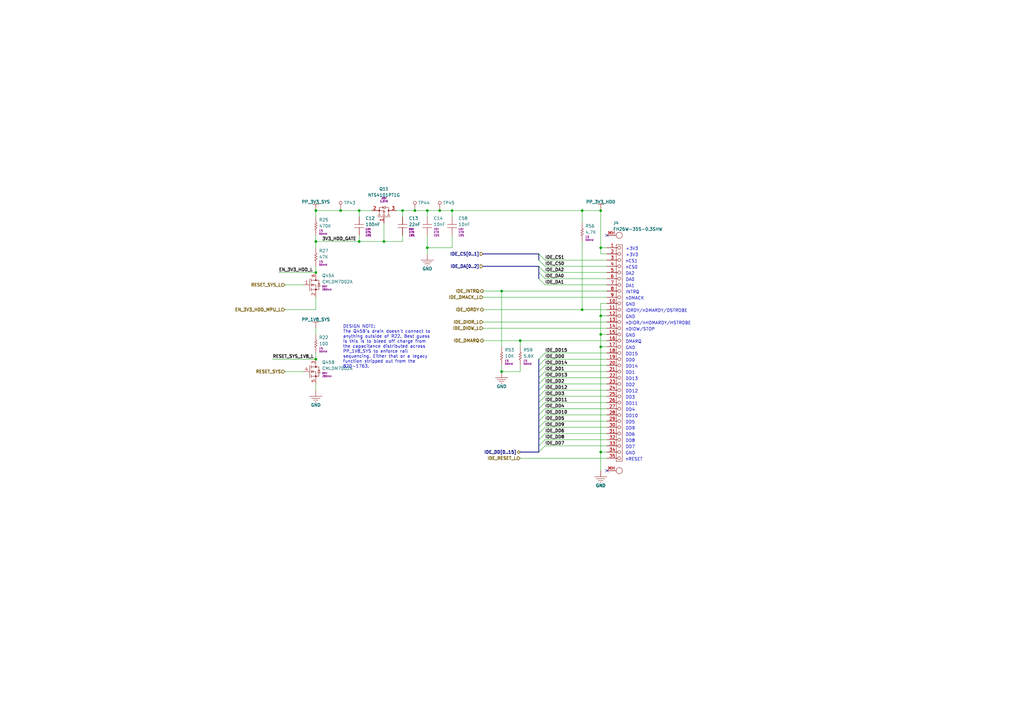
<source format=kicad_sch>
(kicad_sch (version 20231120) (generator "eeschema") (generator_version "8.0")
  (paper "A3")
  (title_block (title "iPod Video Main Board") (date "2025-04-19") (rev "A") (comment 1 "820-1975") (comment 2 "A"))
  (lib_symbols
    (symbol "820-1975:Capacitors-0201/CAP-0201-000005" (pin_numbers hide) (pin_names (offset 0) hide)
      (property "Reference" "C" (at 2.54 -3.175 0))
      (property "Value" "10nF" (at 2.54 -1.27 0))
      (property "Voltage" "10V" (at 2.54 -4.445 0))
      (property "Dielectric" "X7R" (at 2.54 -6.985 0))
      (property "Tolerance" "10%" (at 2.54 -5.715 0))
      (symbol "Capacitors-0201/CAP-0201-000005_0_1"
        (polyline (pts (xy -1.905 -4.445) (xy 1.905 -4.445)))
        (polyline (pts (xy 1.905 -3.175) (xy -1.905 -3.175)))
      )
      (symbol "Capacitors-0201/CAP-0201-000005_1_1"
        (pin passive line (at 0 0 270) (length 3.175) (name "1") (number "1"))
        (pin passive line (at 0 -7.62 90) (length 3.175) (name "2") (number "2"))
      )
    )
    (symbol "820-1975:Capacitors-0201/CAP-0201-000006" (pin_numbers hide) (pin_names (offset 0) hide)
      (property "Reference" "C" (at 2.54 -3.175 0))
      (property "Value" "100nF" (at 2.54 -1.27 0))
      (property "Voltage" "10V" (at 2.54 -4.445 0))
      (property "Dielectric" "X7S" (at 2.54 -6.985 0))
      (property "Tolerance" "10%" (at 2.54 -5.715 0))
      (symbol "Capacitors-0201/CAP-0201-000006_0_1"
        (polyline (pts (xy -1.905 -4.445) (xy 1.905 -4.445)))
        (polyline (pts (xy 1.905 -3.175) (xy -1.905 -3.175)))
      )
      (symbol "Capacitors-0201/CAP-0201-000006_1_1"
        (pin passive line (at 0 0 270) (length 3.175) (name "1") (number "1"))
        (pin passive line (at 0 -7.62 90) (length 3.175) (name "2") (number "2"))
      )
    )
    (symbol "820-1975:Capacitors-0402/CAP-0402-000000" (pin_numbers hide) (pin_names (offset 0) hide)
      (property "Reference" "C" (at 2.54 -3.175 0))
      (property "Value" "22nF" (at 2.54 -1.27 0))
      (property "Voltage" "50V" (at 2.54 -4.445 0))
      (property "Dielectric" "X7R" (at 2.54 -6.985 0))
      (property "Tolerance" "10%" (at 2.54 -5.715 0))
      (symbol "Capacitors-0402/CAP-0402-000000_0_1"
        (polyline (pts (xy -1.905 -4.445) (xy 1.905 -4.445)))
        (polyline (pts (xy 1.905 -3.175) (xy -1.905 -3.175)))
      )
      (symbol "Capacitors-0402/CAP-0402-000000_1_1"
        (pin passive line (at 0 0 270) (length 3.175) (name "1") (number "1"))
        (pin passive line (at 0 -7.62 90) (length 3.175) (name "2") (number "2"))
      )
    )
    (symbol "820-1975:Connectors/CONN-000001" (pin_names (offset 0) hide)
      (property "Reference" "J" (at 7.62 0 0))
      (property "Value" "FH26W-35S-0.3SHW" (at 7.62 -1.905 0))
      (symbol "Connectors/CONN-000001_0_1"
        (rectangle (start 3.81 1.27) (end 6.35 -87.63))
      )
      (symbol "Connectors/CONN-000001_1_1"
        (circle (center 5.08 -91.44) (radius 1.27))
        (circle (center 5.08 -86.36) (radius 0.635))
        (circle (center 5.08 -83.82) (radius 0.635))
        (circle (center 5.08 -81.28) (radius 0.635))
        (circle (center 5.08 -78.74) (radius 0.635))
        (circle (center 5.08 -76.2) (radius 0.635))
        (circle (center 5.08 -73.66) (radius 0.635))
        (circle (center 5.08 -71.12) (radius 0.635))
        (circle (center 5.08 -68.58) (radius 0.635))
        (circle (center 5.08 -66.04) (radius 0.635))
        (circle (center 5.08 -63.5) (radius 0.635))
        (circle (center 5.08 -60.96) (radius 0.635))
        (circle (center 5.08 -58.42) (radius 0.635))
        (circle (center 5.08 -55.88) (radius 0.635))
        (circle (center 5.08 -53.34) (radius 0.635))
        (circle (center 5.08 -50.8) (radius 0.635))
        (circle (center 5.08 -48.26) (radius 0.635))
        (circle (center 5.08 -45.72) (radius 0.635))
        (circle (center 5.08 -43.18) (radius 0.635))
        (circle (center 5.08 -40.64) (radius 0.635))
        (circle (center 5.08 -38.1) (radius 0.635))
        (circle (center 5.08 -35.56) (radius 0.635))
        (circle (center 5.08 -33.02) (radius 0.635))
        (circle (center 5.08 -30.48) (radius 0.635))
        (circle (center 5.08 -27.94) (radius 0.635))
        (circle (center 5.08 -25.4) (radius 0.635))
        (circle (center 5.08 -22.86) (radius 0.635))
        (circle (center 5.08 -20.32) (radius 0.635))
        (circle (center 5.08 -17.78) (radius 0.635))
        (circle (center 5.08 -15.24) (radius 0.635))
        (circle (center 5.08 -12.7) (radius 0.635))
        (circle (center 5.08 -10.16) (radius 0.635))
        (circle (center 5.08 -7.62) (radius 0.635))
        (circle (center 5.08 -5.08) (radius 0.635))
        (circle (center 5.08 -2.54) (radius 0.635))
        (circle (center 5.08 0) (radius 0.635))
        (circle (center 5.08 5.08) (radius 1.27))
        (pin passive line (at 0 0 0) (length 4.445) (name "1") (number "1"))
        (pin passive line (at 0 -22.86 0) (length 4.445) (name "10") (number "10"))
        (pin passive line (at 0 -25.4 0) (length 4.445) (name "11") (number "11"))
        (pin passive line (at 0 -27.94 0) (length 4.445) (name "12") (number "12"))
        (pin passive line (at 0 -30.48 0) (length 4.445) (name "13") (number "13"))
        (pin passive line (at 0 -33.02 0) (length 4.445) (name "14") (number "14"))
        (pin passive line (at 0 -35.56 0) (length 4.445) (name "15") (number "15"))
        (pin passive line (at 0 -38.1 0) (length 4.445) (name "16") (number "16"))
        (pin passive line (at 0 -40.64 0) (length 4.445) (name "17") (number "17"))
        (pin passive line (at 0 -43.18 0) (length 4.445) (name "18") (number "18"))
        (pin passive line (at 0 -45.72 0) (length 4.445) (name "19") (number "19"))
        (pin passive line (at 0 -2.54 0) (length 4.445) (name "2") (number "2"))
        (pin passive line (at 0 -48.26 0) (length 4.445) (name "20") (number "20"))
        (pin passive line (at 0 -50.8 0) (length 4.445) (name "21") (number "21"))
        (pin passive line (at 0 -53.34 0) (length 4.445) (name "22") (number "22"))
        (pin passive line (at 0 -55.88 0) (length 4.445) (name "23") (number "23"))
        (pin passive line (at 0 -58.42 0) (length 4.445) (name "24") (number "24"))
        (pin passive line (at 0 -60.96 0) (length 4.445) (name "25") (number "25"))
        (pin passive line (at 0 -63.5 0) (length 4.445) (name "26") (number "26"))
        (pin passive line (at 0 -66.04 0) (length 4.445) (name "27") (number "27"))
        (pin passive line (at 0 -68.58 0) (length 4.445) (name "28") (number "28"))
        (pin passive line (at 0 -71.12 0) (length 4.445) (name "29") (number "29"))
        (pin passive line (at 0 -5.08 0) (length 4.445) (name "3") (number "3"))
        (pin passive line (at 0 -73.66 0) (length 4.445) (name "30") (number "30"))
        (pin passive line (at 0 -76.2 0) (length 4.445) (name "31") (number "31"))
        (pin passive line (at 0 -78.74 0) (length 4.445) (name "32") (number "32"))
        (pin passive line (at 0 -81.28 0) (length 4.445) (name "33") (number "33"))
        (pin passive line (at 0 -83.82 0) (length 4.445) (name "34") (number "34"))
        (pin passive line (at 0 -86.36 0) (length 4.445) (name "35") (number "35"))
        (pin passive line (at 0 -7.62 0) (length 4.445) (name "4") (number "4"))
        (pin passive line (at 0 -10.16 0) (length 4.445) (name "5") (number "5"))
        (pin passive line (at 0 -12.7 0) (length 4.445) (name "6") (number "6"))
        (pin passive line (at 0 -15.24 0) (length 4.445) (name "7") (number "7"))
        (pin passive line (at 0 -17.78 0) (length 4.445) (name "8") (number "8"))
        (pin passive line (at 0 -20.32 0) (length 4.445) (name "9") (number "9"))
        (pin passive line (at 0 -91.44 0) (length 3.81) (name "MH") (number "MH"))
        (pin passive line (at 0 5.08 0) (length 3.81) (name "MH") (number "MH"))
      )
    )
    (symbol "820-1975:PCB Components/TP-000000" (pin_numbers hide) (pin_names (offset 0) hide)
      (property "Reference" "TP" (at 3.81 -5.08 0))
      (symbol "PCB Components/TP-000000_0_1"
        (circle (center 0 3.175) (radius 0.635))
      )
      (symbol "PCB Components/TP-000000_1_1"
        (pin passive line (at 0 0 90) (length 2.54) (name "1") (number "1"))
      )
    )
    (symbol "820-1975:Resistors-0201/RES-0201-000007" (pin_numbers hide) (pin_names (offset 0) hide)
      (property "Reference" "R" (at 1.27 -3.81 0))
      (property "Value" "100" (at 1.27 -1.905 0))
      (property "Tolerance" "1%" (at 1.27 -5.08 0))
      (property "Power" "50mW" (at 1.27 -6.35 0))
      (symbol "Resistors-0201/RES-0201-000007_0_1"
        (polyline (pts (xy 0 -1.27) (xy 0 -2.286) (xy 0.508 -2.54) (xy -0.508 -3.048) (xy 0.508 -3.556) (xy -0.508 -4.064) (xy 0.508 -4.572) (xy -0.508 -5.08) (xy 0 -5.334) (xy 0 -6.35)))
      )
      (symbol "Resistors-0201/RES-0201-000007_1_1"
        (pin passive line (at 0 0 270) (length 1.27) (name "1") (number "1"))
        (pin passive line (at 0 -7.62 90) (length 1.27) (name "2") (number "2"))
      )
    )
    (symbol "820-1975:Resistors-0201/RES-0201-000019" (pin_numbers hide) (pin_names (offset 0) hide)
      (property "Reference" "R" (at 1.27 -3.81 0))
      (property "Value" "4.7K" (at 1.27 -1.905 0))
      (property "Tolerance" "1%" (at 1.27 -5.08 0))
      (property "Power" "50mW" (at 1.27 -6.35 0))
      (symbol "Resistors-0201/RES-0201-000019_0_1"
        (polyline (pts (xy 0 -1.27) (xy 0 -2.286) (xy 0.508 -2.54) (xy -0.508 -3.048) (xy 0.508 -3.556) (xy -0.508 -4.064) (xy 0.508 -4.572) (xy -0.508 -5.08) (xy 0 -5.334) (xy 0 -6.35)))
      )
      (symbol "Resistors-0201/RES-0201-000019_1_1"
        (pin passive line (at 0 0 270) (length 1.27) (name "1") (number "1"))
        (pin passive line (at 0 -7.62 90) (length 1.27) (name "2") (number "2"))
      )
    )
    (symbol "820-1975:Resistors-0201/RES-0201-000020" (pin_numbers hide) (pin_names (offset 0) hide)
      (property "Reference" "R" (at 1.27 -3.81 0))
      (property "Value" "5.6K" (at 1.27 -1.905 0))
      (property "Tolerance" "1%" (at 1.27 -5.08 0))
      (property "Power" "50mW" (at 1.27 -6.35 0))
      (symbol "Resistors-0201/RES-0201-000020_0_1"
        (polyline (pts (xy 0 -1.27) (xy 0 -2.286) (xy 0.508 -2.54) (xy -0.508 -3.048) (xy 0.508 -3.556) (xy -0.508 -4.064) (xy 0.508 -4.572) (xy -0.508 -5.08) (xy 0 -5.334) (xy 0 -6.35)))
      )
      (symbol "Resistors-0201/RES-0201-000020_1_1"
        (pin passive line (at 0 0 270) (length 1.27) (name "1") (number "1"))
        (pin passive line (at 0 -7.62 90) (length 1.27) (name "2") (number "2"))
      )
    )
    (symbol "820-1975:Resistors-0201/RES-0201-000022" (pin_numbers hide) (pin_names (offset 0) hide)
      (property "Reference" "R" (at 1.27 -3.81 0))
      (property "Value" "10K" (at 1.27 -1.905 0))
      (property "Tolerance" "1%" (at 1.27 -5.08 0))
      (property "Power" "50mW" (at 1.27 -6.35 0))
      (symbol "Resistors-0201/RES-0201-000022_0_1"
        (polyline (pts (xy 0 -1.27) (xy 0 -2.286) (xy 0.508 -2.54) (xy -0.508 -3.048) (xy 0.508 -3.556) (xy -0.508 -4.064) (xy 0.508 -4.572) (xy -0.508 -5.08) (xy 0 -5.334) (xy 0 -6.35)))
      )
      (symbol "Resistors-0201/RES-0201-000022_1_1"
        (pin passive line (at 0 0 270) (length 1.27) (name "1") (number "1"))
        (pin passive line (at 0 -7.62 90) (length 1.27) (name "2") (number "2"))
      )
    )
    (symbol "820-1975:Resistors-0201/RES-0201-000027" (pin_numbers hide) (pin_names (offset 0) hide)
      (property "Reference" "R" (at 1.27 -3.81 0))
      (property "Value" "47K" (at 1.27 -1.905 0))
      (property "Tolerance" "1%" (at 1.27 -5.08 0))
      (property "Power" "50mW" (at 1.27 -6.35 0))
      (symbol "Resistors-0201/RES-0201-000027_0_1"
        (polyline (pts (xy 0 -1.27) (xy 0 -2.286) (xy 0.508 -2.54) (xy -0.508 -3.048) (xy 0.508 -3.556) (xy -0.508 -4.064) (xy 0.508 -4.572) (xy -0.508 -5.08) (xy 0 -5.334) (xy 0 -6.35)))
      )
      (symbol "Resistors-0201/RES-0201-000027_1_1"
        (pin passive line (at 0 0 270) (length 1.27) (name "1") (number "1"))
        (pin passive line (at 0 -7.62 90) (length 1.27) (name "2") (number "2"))
      )
    )
    (symbol "820-1975:Resistors-0201/RES-0201-000036" (pin_numbers hide) (pin_names (offset 0) hide)
      (property "Reference" "R" (at 1.27 -3.81 0))
      (property "Value" "470K" (at 1.27 -1.905 0))
      (property "Tolerance" "1%" (at 1.27 -5.08 0))
      (property "Power" "50mW" (at 1.27 -6.35 0))
      (symbol "Resistors-0201/RES-0201-000036_0_1"
        (polyline (pts (xy 0 -1.27) (xy 0 -2.286) (xy 0.508 -2.54) (xy -0.508 -3.048) (xy 0.508 -3.556) (xy -0.508 -4.064) (xy 0.508 -4.572) (xy -0.508 -5.08) (xy 0 -5.334) (xy 0 -6.35)))
      )
      (symbol "Resistors-0201/RES-0201-000036_1_1"
        (pin passive line (at 0 0 270) (length 1.27) (name "1") (number "1"))
        (pin passive line (at 0 -7.62 90) (length 1.27) (name "2") (number "2"))
      )
    )
    (symbol "820-1975:Transistors/Q-000000" (pin_names (offset 0) hide)
      (property "Reference" "Q" (at 2.54 -3.175 0))
      (property "Value" "CMLDM7002A" (at 2.54 -5.08 0))
      (property "Voltage" "60V" (at 2.54 -6.35 0))
      (property "Current" "280mA" (at 2.54 -7.62 0))
      (symbol "Transistors/Q-000000_0_1"
        (polyline (pts (xy -2.54 -2.54) (xy -2.54 -7.62)))
        (polyline (pts (xy -1.905 -6.35) (xy -1.905 -7.62)))
        (polyline (pts (xy -1.905 -4.445) (xy -1.905 -5.715)))
        (polyline (pts (xy -1.905 -2.54) (xy -1.905 -3.81)))
        (polyline (pts (xy -1.143 -5.08) (xy 0 -5.08)))
        (polyline (pts (xy 0 -5.08) (xy 0 -6.985)))
        (polyline (pts (xy 0.762 -4.572) (xy 1.778 -4.572)))
        (polyline (pts (xy -1.905 -6.985) (xy 0 -6.985) (xy 0 -7.62)))
        (polyline (pts (xy -1.905 -3.175) (xy 0 -3.175) (xy 0 -2.54)))
        (polyline (pts (xy 0 -6.985) (xy 1.27 -6.985) (xy 1.27 -5.588)))
        (polyline (pts (xy 0 -3.175) (xy 1.27 -3.175) (xy 1.27 -4.572)))
        (polyline (pts (xy -1.143 -4.699) (xy -1.143 -5.461) (xy -1.778 -5.08) (xy -1.143 -4.699)))
        (polyline (pts (xy 1.27 -4.572) (xy 1.778 -5.588) (xy 0.762 -5.588) (xy 1.27 -4.572)))
      )
      (symbol "Transistors/Q-000000_1_1"
        (circle (center 0 -6.985) (radius 0.254) (fill (type color) (color 0 0 0 1)))
        (circle (center 0 -3.175) (radius 0.254) (fill (type color) (color 0 0 0 1)))
        (pin passive line (at -5.08 -5.08 0) (length 2.54) (name "G1") (number "1"))
        (pin passive line (at 0 -10.16 90) (length 2.54) (name "S1") (number "2"))
        (pin passive line (at 0 0 270) (length 2.54) (name "D1") (number "6"))
      )
      (symbol "Transistors/Q-000000_2_1"
        (circle (center 0 -6.985) (radius 0.254) (fill (type color) (color 0 0 0 1)))
        (circle (center 0 -3.175) (radius 0.254) (fill (type color) (color 0 0 0 1)))
        (pin passive line (at 0 0 270) (length 2.54) (name "D2") (number "3"))
        (pin passive line (at -5.08 -5.08 0) (length 2.54) (name "G2") (number "4"))
        (pin passive line (at 0 -10.16 90) (length 2.54) (name "S2") (number "5"))
      )
    )
    (symbol "820-1975:Transistors/Q-000002" (pin_names (offset 0) hide)
      (property "Reference" "Q" (at 2.54 -3.175 0))
      (property "Value" "NTS4101PT1G" (at 2.54 -5.08 0))
      (property "Voltage" "20V" (at 2.54 -6.35 0))
      (property "Current" "1.37A" (at 2.54 -7.62 0))
      (symbol "Transistors/Q-000002_0_1"
        (polyline (pts (xy -2.54 -2.54) (xy -2.54 -7.62)))
        (polyline (pts (xy -1.905 -6.35) (xy -1.905 -7.62)))
        (polyline (pts (xy -1.905 -4.445) (xy -1.905 -5.715)))
        (polyline (pts (xy -1.905 -2.54) (xy -1.905 -3.81)))
        (polyline (pts (xy -0.635 -5.08) (xy -1.905 -5.08)))
        (polyline (pts (xy 0 -3.175) (xy 0 -5.08)))
        (polyline (pts (xy 0.762 -4.572) (xy 1.778 -4.572)))
        (polyline (pts (xy -1.905 -6.985) (xy 0 -6.985) (xy 0 -7.62)))
        (polyline (pts (xy -1.905 -3.175) (xy 0 -3.175) (xy 0 -2.54)))
        (polyline (pts (xy 0 -6.985) (xy 1.27 -6.985) (xy 1.27 -5.588)))
        (polyline (pts (xy 0 -3.175) (xy 1.27 -3.175) (xy 1.27 -4.572)))
        (polyline (pts (xy -0.635 -5.461) (xy -0.635 -4.699) (xy 0 -5.08) (xy -0.635 -5.461)))
        (polyline (pts (xy 1.27 -4.572) (xy 1.778 -5.588) (xy 0.762 -5.588) (xy 1.27 -4.572)))
      )
      (symbol "Transistors/Q-000002_1_1"
        (circle (center 0 -6.985) (radius 0.254) (fill (type color) (color 0 0 0 1)))
        (circle (center 0 -3.175) (radius 0.254) (fill (type color) (color 0 0 0 1)))
        (pin passive line (at -5.08 -5.08 0) (length 2.54) (name "G") (number "1"))
        (pin passive line (at 0 0 270) (length 2.54) (name "S") (number "2"))
        (pin passive line (at 0 -10.16 90) (length 2.54) (name "D") (number "3"))
      )
    )
    (symbol "820-1975_Symbols:GND" (power) (pin_numbers hide) (pin_names hide) (in_bom no) (on_board no)
      (property "Value" "GND" (at 0 -6.096 0))
      (symbol "GND_0_1"
        (polyline (pts (xy -2.54 -2.54) (xy 2.54 -2.54)))
        (polyline (pts (xy -1.778 -3.302) (xy 1.778 -3.302)))
        (polyline (pts (xy -1.016 -4.064) (xy 1.016 -4.064)))
        (polyline (pts (xy -0.254 -4.826) (xy 0.254 -4.826)))
      )
      (symbol "GND_1_1"
        (pin power_in line (at 0 0 270) (length 2.54) (name "GND") (number "1"))
      )
    )
    (symbol "820-1975_Symbols:VCC" (power) (pin_numbers hide) (pin_names hide) (in_bom no) (on_board no)
      (property "Value" "VCC" (at 0 3.556 0))
      (symbol "VCC_0_1"
        (polyline (pts (xy -1.27 2.54) (xy 1.27 2.54)))
      )
      (symbol "VCC_1_1"
        (pin power_in line (at 0 0 90) (length 2.54) (name "SHLD_GND") (number "1"))
      )
    )
  )
  (junction (at 180.34 86.36))
  (junction (at 175.26 86.36))
  (junction (at 185.42 86.36))
  (junction (at 165.1 86.36))
  (junction (at 246.38 185.42))
  (junction (at 129.54 86.36))
  (junction (at 213.36 139.7))
  (junction (at 157.48 99.06))
  (junction (at 147.32 86.36))
  (junction (at 147.32 99.06))
  (junction (at 129.54 147.32))
  (junction (at 246.38 101.6))
  (junction (at 129.54 111.76))
  (junction (at 175.26 101.6))
  (junction (at 139.7 86.36))
  (junction (at 170.18 86.36))
  (junction (at 246.38 142.24))
  (junction (at 246.38 129.54))
  (junction (at 246.38 137.16))
  (junction (at 205.74 119.38))
  (junction (at 238.76 86.36))
  (junction (at 246.38 86.36))
  (junction (at 205.74 152.4))
  (junction (at 238.76 127))
  (junction (at 129.54 99.06))
  (no_connect (at 248.92 96.52))
  (no_connect (at 248.92 193.04))
  (bus_entry (at 223.52 172.72) (size -2.54 2.54))
  (bus_entry (at 223.52 116.84) (size -2.54 -2.54))
  (bus_entry (at 223.52 180.34) (size -2.54 2.54))
  (bus_entry (at 223.52 109.22) (size -2.54 -2.54))
  (bus_entry (at 223.52 160.02) (size -2.54 2.54))
  (bus_entry (at 223.52 154.94) (size -2.54 2.54))
  (bus_entry (at 223.52 162.56) (size -2.54 2.54))
  (bus_entry (at 223.52 149.86) (size -2.54 2.54))
  (bus_entry (at 223.52 147.32) (size -2.54 2.54))
  (bus_entry (at 223.52 152.4) (size -2.54 2.54))
  (bus_entry (at 223.52 177.8) (size -2.54 2.54))
  (bus_entry (at 223.52 157.48) (size -2.54 2.54))
  (bus_entry (at 223.52 106.68) (size -2.54 -2.54))
  (bus_entry (at 223.52 182.88) (size -2.54 2.54))
  (bus_entry (at 223.52 114.3) (size -2.54 -2.54))
  (bus_entry (at 223.52 170.18) (size -2.54 2.54))
  (bus_entry (at 223.52 111.76) (size -2.54 -2.54))
  (bus_entry (at 223.52 167.64) (size -2.54 2.54))
  (bus_entry (at 223.52 175.26) (size -2.54 2.54))
  (bus_entry (at 223.52 144.78) (size -2.54 2.54))
  (bus_entry (at 223.52 165.1) (size -2.54 2.54))
  (wire (pts (xy 213.36 139.7) (xy 213.36 142.24)))
  (wire (pts (xy 185.42 86.36) (xy 238.76 86.36)))
  (wire (pts (xy 147.32 86.36) (xy 152.4 86.36)))
  (wire (pts (xy 223.52 147.32) (xy 248.92 147.32)))
  (wire (pts (xy 116.84 116.84) (xy 124.46 116.84)))
  (wire (pts (xy 246.38 129.54) (xy 248.92 129.54)))
  (wire (pts (xy 165.1 86.36) (xy 170.18 86.36)))
  (wire (pts (xy 223.52 157.48) (xy 248.92 157.48)))
  (wire (pts (xy 175.26 86.36) (xy 180.34 86.36)))
  (wire (pts (xy 205.74 119.38) (xy 205.74 142.24)))
  (wire (pts (xy 165.1 96.52) (xy 165.1 99.06)))
  (wire (pts (xy 246.38 101.6) (xy 246.38 104.14)))
  (wire (pts (xy 238.76 127) (xy 248.92 127)))
  (wire (pts (xy 198.12 127) (xy 238.76 127)))
  (wire (pts (xy 147.32 86.36) (xy 147.32 88.9)))
  (bus (pts (xy 220.98 109.22) (xy 220.98 111.76)))
  (bus (pts (xy 220.98 175.26) (xy 220.98 177.8)))
  (wire (pts (xy 223.52 149.86) (xy 248.92 149.86)))
  (wire (pts (xy 185.42 96.52) (xy 185.42 101.6)))
  (wire (pts (xy 246.38 86.36) (xy 246.38 101.6)))
  (wire (pts (xy 223.52 154.94) (xy 248.92 154.94)))
  (wire (pts (xy 223.52 162.56) (xy 248.92 162.56)))
  (bus (pts (xy 220.98 160.02) (xy 220.98 162.56)))
  (wire (pts (xy 223.52 182.88) (xy 248.92 182.88)))
  (wire (pts (xy 223.52 175.26) (xy 248.92 175.26)))
  (wire (pts (xy 129.54 144.78) (xy 129.54 147.32)))
  (wire (pts (xy 223.52 109.22) (xy 248.92 109.22)))
  (wire (pts (xy 223.52 116.84) (xy 248.92 116.84)))
  (wire (pts (xy 223.52 172.72) (xy 248.92 172.72)))
  (wire (pts (xy 129.54 111.76) (xy 129.54 109.22)))
  (wire (pts (xy 248.92 137.16) (xy 246.38 137.16)))
  (wire (pts (xy 139.7 86.36) (xy 147.32 86.36)))
  (wire (pts (xy 223.52 180.34) (xy 248.92 180.34)))
  (wire (pts (xy 157.48 99.06) (xy 165.1 99.06)))
  (wire (pts (xy 198.12 134.62) (xy 248.92 134.62)))
  (wire (pts (xy 213.36 152.4) (xy 213.36 149.86)))
  (wire (pts (xy 129.54 99.06) (xy 147.32 99.06)))
  (wire (pts (xy 175.26 86.36) (xy 175.26 88.9)))
  (bus (pts (xy 220.98 157.48) (xy 220.98 160.02)))
  (wire (pts (xy 198.12 139.7) (xy 213.36 139.7)))
  (wire (pts (xy 157.48 91.44) (xy 157.48 99.06)))
  (bus (pts (xy 198.12 104.14) (xy 220.98 104.14)))
  (wire (pts (xy 223.52 177.8) (xy 248.92 177.8)))
  (wire (pts (xy 213.36 187.96) (xy 248.92 187.96)))
  (wire (pts (xy 246.38 137.16) (xy 246.38 129.54)))
  (wire (pts (xy 223.52 160.02) (xy 248.92 160.02)))
  (bus (pts (xy 198.12 109.22) (xy 220.98 109.22)))
  (wire (pts (xy 198.12 119.38) (xy 205.74 119.38)))
  (wire (pts (xy 147.32 96.52) (xy 147.32 99.06)))
  (wire (pts (xy 248.92 101.6) (xy 246.38 101.6)))
  (wire (pts (xy 165.1 86.36) (xy 165.1 88.9)))
  (wire (pts (xy 129.54 99.06) (xy 129.54 101.6)))
  (wire (pts (xy 246.38 142.24) (xy 246.38 185.42)))
  (bus (pts (xy 220.98 106.68) (xy 220.98 104.14)))
  (bus (pts (xy 220.98 152.4) (xy 220.98 154.94)))
  (bus (pts (xy 220.98 170.18) (xy 220.98 172.72)))
  (wire (pts (xy 162.56 86.36) (xy 165.1 86.36)))
  (wire (pts (xy 129.54 160.02) (xy 129.54 157.48)))
  (wire (pts (xy 175.26 101.6) (xy 175.26 96.52)))
  (wire (pts (xy 205.74 152.4) (xy 213.36 152.4)))
  (wire (pts (xy 116.84 127) (xy 129.54 127)))
  (wire (pts (xy 180.34 86.36) (xy 185.42 86.36)))
  (wire (pts (xy 238.76 86.36) (xy 246.38 86.36)))
  (wire (pts (xy 129.54 86.36) (xy 129.54 88.9)))
  (bus (pts (xy 220.98 172.72) (xy 220.98 175.26)))
  (wire (pts (xy 170.18 86.36) (xy 175.26 86.36)))
  (wire (pts (xy 175.26 101.6) (xy 185.42 101.6)))
  (wire (pts (xy 223.52 167.64) (xy 248.92 167.64)))
  (bus (pts (xy 220.98 114.3) (xy 220.98 111.76)))
  (wire (pts (xy 238.76 99.06) (xy 238.76 127)))
  (wire (pts (xy 223.52 106.68) (xy 248.92 106.68)))
  (wire (pts (xy 111.76 147.32) (xy 129.54 147.32)))
  (wire (pts (xy 223.52 170.18) (xy 248.92 170.18)))
  (wire (pts (xy 223.52 165.1) (xy 248.92 165.1)))
  (wire (pts (xy 246.38 185.42) (xy 246.38 193.04)))
  (bus (pts (xy 213.36 185.42) (xy 220.98 185.42)))
  (wire (pts (xy 129.54 86.36) (xy 139.7 86.36)))
  (bus (pts (xy 220.98 162.56) (xy 220.98 165.1)))
  (wire (pts (xy 223.52 152.4) (xy 248.92 152.4)))
  (bus (pts (xy 220.98 147.32) (xy 220.98 149.86)))
  (wire (pts (xy 205.74 149.86) (xy 205.74 152.4)))
  (wire (pts (xy 223.52 111.76) (xy 248.92 111.76)))
  (bus (pts (xy 220.98 177.8) (xy 220.98 180.34)))
  (wire (pts (xy 248.92 185.42) (xy 246.38 185.42)))
  (wire (pts (xy 246.38 142.24) (xy 246.38 137.16)))
  (wire (pts (xy 175.26 101.6) (xy 175.26 104.14)))
  (bus (pts (xy 220.98 167.64) (xy 220.98 170.18)))
  (wire (pts (xy 129.54 137.16) (xy 129.54 134.62)))
  (wire (pts (xy 198.12 132.08) (xy 248.92 132.08)))
  (wire (pts (xy 198.12 121.92) (xy 248.92 121.92)))
  (bus (pts (xy 220.98 149.86) (xy 220.98 152.4)))
  (wire (pts (xy 223.52 114.3) (xy 248.92 114.3)))
  (wire (pts (xy 129.54 121.92) (xy 129.54 127)))
  (wire (pts (xy 205.74 119.38) (xy 248.92 119.38)))
  (wire (pts (xy 213.36 139.7) (xy 248.92 139.7)))
  (wire (pts (xy 185.42 86.36) (xy 185.42 88.9)))
  (wire (pts (xy 223.52 144.78) (xy 248.92 144.78)))
  (bus (pts (xy 220.98 154.94) (xy 220.98 157.48)))
  (wire (pts (xy 129.54 96.52) (xy 129.54 99.06)))
  (wire (pts (xy 246.38 104.14) (xy 248.92 104.14)))
  (wire (pts (xy 246.38 124.46) (xy 246.38 129.54)))
  (bus (pts (xy 220.98 182.88) (xy 220.98 185.42)))
  (wire (pts (xy 129.54 111.76) (xy 114.3 111.76)))
  (wire (pts (xy 116.84 152.4) (xy 124.46 152.4)))
  (wire (pts (xy 238.76 86.36) (xy 238.76 91.44)))
  (wire (pts (xy 248.92 142.24) (xy 246.38 142.24)))
  (wire (pts (xy 248.92 124.46) (xy 246.38 124.46)))
  (bus (pts (xy 220.98 165.1) (xy 220.98 167.64)))
  (wire (pts (xy 147.32 99.06) (xy 157.48 99.06)))
  (bus (pts (xy 220.98 180.34) (xy 220.98 182.88)))
  (text_box "DESIGN NOTE:\nThe Q45B's drain doesn't connect to anything outside of R22. Best guess is this is to bleed off charge from the capacitance distributed across PP_1V8_SYS to enforce rail sequencing. Either that or a legacy function stripped out from the 820-1763." (at 139.7 132.08 0) (size 38.1 15.24) (stroke (width -0.0001)) (effects (font (size 1.27 1.27)) (justify left top)))
  (text "DD8" (at 256.54 181.61 0) (effects (font (size 1.27 1.27)) (justify left bottom)))
  (text "DD10" (at 256.54 171.45 0) (effects (font (size 1.27 1.27)) (justify left bottom)))
  (text "DD7" (at 256.54 184.15 0) (effects (font (size 1.27 1.27)) (justify left bottom)))
  (text "nDIOR/nHDMARDY/HSTROBE" (at 256.54 133.35 0) (effects (font (size 1.27 1.27)) (justify left bottom)))
  (text "DD5" (at 256.54 173.99 0) (effects (font (size 1.27 1.27)) (justify left bottom)))
  (text "DD11" (at 256.54 166.37 0) (effects (font (size 1.27 1.27)) (justify left bottom)))
  (text "DD13" (at 256.54 156.21 0) (effects (font (size 1.27 1.27)) (justify left bottom)))
  (text "GND" (at 256.54 138.43 0) (effects (font (size 1.27 1.27)) (justify left bottom)))
  (text "nDMACK" (at 256.54 123.19 0) (effects (font (size 1.27 1.27)) (justify left bottom)))
  (text "DD1" (at 256.54 153.67 0) (effects (font (size 1.27 1.27)) (justify left bottom)))
  (text "+3V3" (at 256.54 105.41 0) (effects (font (size 1.27 1.27)) (justify left bottom)))
  (text "DD9" (at 256.54 176.53 0) (effects (font (size 1.27 1.27)) (justify left bottom)))
  (text "DD2" (at 256.54 158.75 0) (effects (font (size 1.27 1.27)) (justify left bottom)))
  (text "DD6" (at 256.54 179.07 0) (effects (font (size 1.27 1.27)) (justify left bottom)))
  (text "DA1" (at 256.54 118.11 0) (effects (font (size 1.27 1.27)) (justify left bottom)))
  (text "nRESET" (at 256.54 189.23 0) (effects (font (size 1.27 1.27)) (justify left bottom)))
  (text "DD0" (at 256.54 148.59 0) (effects (font (size 1.27 1.27)) (justify left bottom)))
  (text "GND" (at 256.54 125.73 0) (effects (font (size 1.27 1.27)) (justify left bottom)))
  (text "GND" (at 256.54 130.81 0) (effects (font (size 1.27 1.27)) (justify left bottom)))
  (text "nCS0" (at 256.54 110.49 0) (effects (font (size 1.27 1.27)) (justify left bottom)))
  (text "nCS1" (at 256.54 107.95 0) (effects (font (size 1.27 1.27)) (justify left bottom)))
  (text "IORDY/nDMARDY/DSTROBE" (at 256.54 128.27 0) (effects (font (size 1.27 1.27)) (justify left bottom)))
  (text "INTRQ" (at 256.54 120.65 0) (effects (font (size 1.27 1.27)) (justify left bottom)))
  (text "DD3" (at 256.54 163.83 0) (effects (font (size 1.27 1.27)) (justify left bottom)))
  (text "nDIOW/STOP" (at 256.54 135.89 0) (effects (font (size 1.27 1.27)) (justify left bottom)))
  (text "DA0" (at 256.54 115.57 0) (effects (font (size 1.27 1.27)) (justify left bottom)))
  (text "DD15" (at 256.54 146.05 0) (effects (font (size 1.27 1.27)) (justify left bottom)))
  (text "DA2" (at 256.54 113.03 0) (effects (font (size 1.27 1.27)) (justify left bottom)))
  (text "DD14" (at 256.54 151.13 0) (effects (font (size 1.27 1.27)) (justify left bottom)))
  (text "DD12" (at 256.54 161.29 0) (effects (font (size 1.27 1.27)) (justify left bottom)))
  (text "GND" (at 256.54 186.69 0) (effects (font (size 1.27 1.27)) (justify left bottom)))
  (text "DMARQ" (at 256.54 140.97 0) (effects (font (size 1.27 1.27)) (justify left bottom)))
  (text "GND" (at 256.54 143.51 0) (effects (font (size 1.27 1.27)) (justify left bottom)))
  (text "DD4" (at 256.54 168.91 0) (effects (font (size 1.27 1.27)) (justify left bottom)))
  (text "+3V3" (at 256.54 102.87 0) (effects (font (size 1.27 1.27)) (justify left bottom)))
  (label "EN_3V3_HDD_L" (at 114.3 111.76 0) (effects (font (bold yes))))
  (label "IDE_DA0" (at 223.52 114.3 0) (effects (font (bold yes))))
  (label "IDE_DD6" (at 223.52 177.8 0) (effects (font (bold yes))))
  (label "IDE_DA1" (at 223.52 116.84 0) (effects (font (bold yes))))
  (label "IDE_DD15" (at 223.52 144.78 0) (effects (font (bold yes))))
  (label "IDE_DD0" (at 223.52 147.32 0) (effects (font (bold yes))))
  (label "RESET_SYS_1V8_L" (at 111.76 147.32 0) (effects (font (bold yes))))
  (label "IDE_DA2" (at 223.52 111.76 0) (effects (font (bold yes))))
  (label "IDE_DD4" (at 223.52 167.64 0) (effects (font (bold yes))))
  (label "IDE_DD12" (at 223.52 160.02 0) (effects (font (bold yes))))
  (label "IDE_DD2" (at 223.52 157.48 0) (effects (font (bold yes))))
  (label "IDE_DD9" (at 223.52 175.26 0) (effects (font (bold yes))))
  (label "IDE_DD11" (at 223.52 165.1 0) (effects (font (bold yes))))
  (label "IDE_CS1" (at 223.52 106.68 0) (effects (font (bold yes))))
  (label "IDE_DD10" (at 223.52 170.18 0) (effects (font (bold yes))))
  (label "IDE_DD13" (at 223.52 154.94 0) (effects (font (bold yes))))
  (label "IDE_DD3" (at 223.52 162.56 0) (effects (font (bold yes))))
  (label "IDE_DD14" (at 223.52 149.86 0) (effects (font (bold yes))))
  (label "IDE_CS0" (at 223.52 109.22 0) (effects (font (bold yes))))
  (label "3V3_HDD_GATE" (at 132.08 99.06 0) (effects (font (bold yes))))
  (label "IDE_DD1" (at 223.52 152.4 0) (effects (font (bold yes))))
  (label "IDE_DD8" (at 223.52 180.34 0) (effects (font (bold yes))))
  (label "IDE_DD7" (at 223.52 182.88 0) (effects (font (bold yes))))
  (label "IDE_DD5" (at 223.52 172.72 0) (effects (font (bold yes))))
  (hierarchical_label "IDE_INTRQ" (shape output) (at 198.12 119.38 180) (effects (font (bold yes))))
  (hierarchical_label "EN_3V3_HDD_MPU_L" (shape input) (at 116.84 127 180) (effects (font (bold yes))))
  (hierarchical_label "IDE_RESET_L" (shape input) (at 213.36 187.96 180) (effects (font (bold yes))))
  (hierarchical_label "RESET_SYS" (shape input) (at 116.84 152.4 180) (effects (font (bold yes))))
  (hierarchical_label "IDE_DA[0..2]" (shape input) (at 198.12 109.22 180) (effects (font (bold yes))))
  (hierarchical_label "IDE_DIOW_L" (shape input) (at 198.12 134.62 180) (effects (font (bold yes))))
  (hierarchical_label "RESET_SYS_L" (shape input) (at 116.84 116.84 180) (effects (font (bold yes))))
  (hierarchical_label "IDE_DMACK_L" (shape input) (at 198.12 121.92 180) (effects (font (bold yes))))
  (hierarchical_label "IDE_DD[0..15]" (shape bidirectional) (at 213.36 185.42 180) (effects (font (bold yes))))
  (hierarchical_label "IDE_CS[0..1]" (shape input) (at 198.12 104.14 180) (effects (font (bold yes))))
  (hierarchical_label "IDE_DMARQ" (shape output) (at 198.12 139.7 180) (effects (font (bold yes))))
  (hierarchical_label "IDE_DIOR_L" (shape input) (at 198.12 132.08 180) (effects (font (bold yes))))
  (hierarchical_label "IDE_IORDY" (shape output) (at 198.12 127 180) (effects (font (bold yes))))
  (symbol (lib_id "820-1975_Symbols:GND") (at 175.26 104.14 0) (unit 1) (in_bom no) (on_board no)
    (property "Reference" "#PWR037" (effects (hide yes)))
    (property "Value" "GND" (at 175.26 110.236 0) (effects (font (bold yes))))
    (property "Description" "Ground Symbol" (effects (hide yes)))
  )
  (symbol (lib_id "820-1975:Resistors-0201/RES-0201-000036") (at 129.54 88.9 0) (unit 1)
    (property "Reference" "R25" (at 130.81 90.17 0) (effects (justify left)))
    (property "Value" "470K" (at 130.81 92.71 0) (effects (justify left)))
    (property "Footprint" "820-1975_Footprints:RES-0201" (effects (hide yes)))
    (property "Tolerance" "1%" (at 130.81 94.615 0) (effects (font (size 0.762 0.762)) (justify left)))
    (property "Power" "50mW" (at 130.81 95.885 0) (effects (font (size 0.762 0.762)) (justify left)))
    (property "Manufacturer" "Vishay Dale" (effects (hide yes)))
    (property "Manufacturer Part Number" "CRCW0201470KFNED" (effects (hide yes)))
  )
  (symbol (lib_id "820-1975_Symbols:VCC") (at 246.38 86.36 0) (unit 1) (in_bom no) (on_board no)
    (property "Reference" "#PWR0155" (effects (hide yes)))
    (property "Value" "PP_3V3_HDD" (at 246.38 82.804 0) (effects (font (bold yes))))
    (property "Description" "Power Port Symbol" (effects (hide yes)))
  )
  (symbol (lib_id "820-1975:Capacitors-0201/CAP-0201-000005") (at 185.42 88.9 0) (unit 1)
    (property "Reference" "C58" (at 187.96 89.535 0) (effects (justify left)))
    (property "Value" "10nF" (at 187.96 92.075 0) (effects (justify left)))
    (property "Footprint" "820-1975_Footprints:MLCC-0201" (effects (hide yes)))
    (property "Voltage" "10V" (at 187.96 93.98 0) (effects (font (size 0.762 0.762)) (justify left)))
    (property "Dielectric" "X7R" (at 187.96 95.25 0) (effects (font (size 0.762 0.762)) (justify left)))
    (property "Tolerance" "10%" (at 187.96 96.52 0) (effects (font (size 0.762 0.762)) (justify left)))
    (property "Manufacturer" "Murata" (effects (hide yes)))
    (property "Manufacturer Part Number" "GRM033R71A103KA01D" (effects (hide yes)))
  )
  (symbol (lib_id "820-1975:Transistors/Q-000000") (at 129.54 147.32 0) (unit 2)
    (property "Reference" "Q45" (at 132.08 148.59 0) (effects (justify left)))
    (property "Value" "CMLDM7002A" (at 132.08 151.13 0) (effects (justify left)))
    (property "Footprint" "820-1975_Footprints:SOT563" (effects (hide yes)))
    (property "Datasheet" "https://my.centralsemi.com/datasheets/CMLDM7002A.PDF" (effects (hide yes)))
    (property "Voltage" "60V" (at 132.08 153.0349 0) (effects (font (size 0.762 0.762)) (justify left)))
    (property "Current" "280mA" (at 132.08 154.3049 0) (effects (font (size 0.762 0.762)) (justify left)))
    (property "Manufacturer" "Central Semiconductor Corp" (effects (hide yes)))
    (property "Manufacturer Part Number" "CMLDM7002A" (effects (hide yes)))
    (property "Type" "NCH-DUAL" (effects (hide yes)))
  )
  (symbol (lib_id "820-1975:Capacitors-0402/CAP-0402-000000") (at 165.1 88.9 0) (unit 1)
    (property "Reference" "C13" (at 167.64 89.535 0) (effects (justify left)))
    (property "Value" "22nF" (at 167.64 92.075 0) (effects (justify left)))
    (property "Footprint" "820-1975_Footprints:MLCC-0402" (effects (hide yes)))
    (property "Voltage" "50V" (at 167.64 93.98 0) (effects (font (size 0.762 0.762)) (justify left)))
    (property "Dielectric" "X7R" (at 167.64 95.25 0) (effects (font (size 0.762 0.762)) (justify left)))
    (property "Tolerance" "10%" (at 167.64 96.52 0) (effects (font (size 0.762 0.762)) (justify left)))
    (property "Manufacturer" "Murata" (effects (hide yes)))
    (property "Manufacturer Part Number" "GRM155R71H223KA12D" (effects (hide yes)))
  )
  (symbol (lib_id "820-1975:Capacitors-0201/CAP-0201-000006") (at 147.32 88.9 0) (unit 1)
    (property "Reference" "C12" (at 149.86 89.535 0) (effects (justify left)))
    (property "Value" "100nF" (at 149.86 92.075 0) (effects (justify left)))
    (property "Footprint" "820-1975_Footprints:MLCC-0201" (effects (hide yes)))
    (property "Voltage" "10V" (at 149.86 93.98 0) (effects (font (size 0.762 0.762)) (justify left)))
    (property "Dielectric" "X7S" (at 149.86 95.25 0) (effects (font (size 0.762 0.762)) (justify left)))
    (property "Tolerance" "10%" (at 149.86 96.52 0) (effects (font (size 0.762 0.762)) (justify left)))
    (property "Manufacturer" "Murata" (effects (hide yes)))
    (property "Manufacturer Part Number" "GRM033C71A104KE14D" (effects (hide yes)))
  )
  (symbol (lib_id "820-1975:PCB Components/TP-000000") (at 170.18 86.36 0) (unit 1)
    (property "Reference" "TP44" (at 171.45 83.185 0) (effects (justify left)))
    (property "Value" "TP" (effects (hide yes)))
    (property "Footprint" "820-1975_Footprints:TP-SMT" (effects (hide yes)))
    (property "Description" "TESTPOINT SMT" (effects (hide yes)))
  )
  (symbol (lib_id "820-1975:Resistors-0201/RES-0201-000007") (at 129.54 137.16 0) (unit 1)
    (property "Reference" "R22" (at 130.81 138.43 0) (effects (justify left)))
    (property "Value" "100" (at 130.81 140.97 0) (effects (justify left)))
    (property "Footprint" "820-1975_Footprints:RES-0201" (effects (hide yes)))
    (property "Tolerance" "1%" (at 130.81 142.875 0) (effects (font (size 0.762 0.762)) (justify left)))
    (property "Power" "50mW" (at 130.81 144.145 0) (effects (font (size 0.762 0.762)) (justify left)))
    (property "Manufacturer" "Vishay Dale" (effects (hide yes)))
    (property "Manufacturer Part Number" "CRCW0201100RFKED" (effects (hide yes)))
  )
  (symbol (lib_id "820-1975:Connectors/CONN-000001") (at 248.92 101.6 0) (unit 1)
    (property "Reference" "J4" (at 251.46 91.44 0) (effects (justify left)))
    (property "Value" "FH26W-35S-0.3SHW" (at 251.46 93.98 0) (effects (justify left)))
    (property "Footprint" "820-1975_Footprints:FH26W-35S-0.3SHW" (effects (hide yes)))
    (property "Datasheet" "https://www.hirose.com/en/product/document?clcode=CL0580-2401-1-97&productname=FH26W-13S-0.3SHW(97)&series=FH26&documenttype=2DDrawing&lang=en&documentid=0001143173" (effects (hide yes)))
    (property "Description" "CONN HIROSE FH26 1x35 FH26W-35S-0.3SHW" (effects (hide yes)))
    (property "Manufacturer" "Hirose" (effects (hide yes)))
    (property "Manufacturer Part Number" "FH26W-35S-0.3SHW" (effects (hide yes)))
  )
  (symbol (lib_id "820-1975:Resistors-0201/RES-0201-000020") (at 213.36 142.24 0) (unit 1)
    (property "Reference" "R59" (at 214.63 143.51 0) (effects (justify left)))
    (property "Value" "5.6K" (at 214.63 146.05 0) (effects (justify left)))
    (property "Footprint" "820-1975_Footprints:RES-0201" (effects (hide yes)))
    (property "Description" "RES 5.6K 0201 1% 50MW" (effects (hide yes)))
    (property "Tolerance" "1%" (at 214.63 147.955 0) (effects (font (size 0.762 0.762)) (justify left)))
    (property "Power" "50mW" (at 214.63 149.225 0) (effects (font (size 0.762 0.762)) (justify left)))
    (property "Manufacturer" "Vishay Dale" (effects (hide yes)))
    (property "Manufacturer Part Number" "CRCW02015K60FNED" (effects (hide yes)))
  )
  (symbol (lib_id "820-1975:Resistors-0201/RES-0201-000027") (at 129.54 101.6 0) (unit 1)
    (property "Reference" "R27" (at 130.81 102.87 0) (effects (justify left)))
    (property "Value" "47K" (at 130.81 105.41 0) (effects (justify left)))
    (property "Footprint" "820-1975_Footprints:RES-0201" (effects (hide yes)))
    (property "Tolerance" "1%" (at 130.81 107.315 0) (effects (font (size 0.762 0.762)) (justify left)))
    (property "Power" "50mW" (at 130.81 108.585 0) (effects (font (size 0.762 0.762)) (justify left)))
    (property "Manufacturer" "Vishay Dale" (effects (hide yes)))
    (property "Manufacturer Part Number" "CRCW020147K0FNED" (effects (hide yes)))
  )
  (symbol (lib_id "820-1975:PCB Components/TP-000000") (at 180.34 86.36 0) (unit 1)
    (property "Reference" "TP45" (at 181.61 83.185 0) (effects (justify left)))
    (property "Value" "TP" (effects (hide yes)))
    (property "Footprint" "820-1975_Footprints:TP-SMT" (effects (hide yes)))
    (property "Description" "TESTPOINT SMT" (effects (hide yes)))
  )
  (symbol (lib_id "820-1975:Transistors/Q-000000") (at 129.54 111.76 0) (unit 1)
    (property "Reference" "Q45" (at 132.08 113.03 0) (effects (justify left)))
    (property "Value" "CMLDM7002A" (at 132.08 115.57 0) (effects (justify left)))
    (property "Footprint" "820-1975_Footprints:SOT563" (effects (hide yes)))
    (property "Datasheet" "https://my.centralsemi.com/datasheets/CMLDM7002A.PDF" (effects (hide yes)))
    (property "Voltage" "60V" (at 132.08 117.4749 0) (effects (font (size 0.762 0.762)) (justify left)))
    (property "Current" "280mA" (at 132.08 118.7449 0) (effects (font (size 0.762 0.762)) (justify left)))
    (property "Manufacturer" "Central Semiconductor Corp" (effects (hide yes)))
    (property "Manufacturer Part Number" "CMLDM7002A" (effects (hide yes)))
    (property "Type" "NCH-DUAL" (effects (hide yes)))
  )
  (symbol (lib_id "820-1975_Symbols:GND") (at 246.38 193.04 0) (unit 1) (in_bom no) (on_board no)
    (property "Reference" "#PWR071" (effects (hide yes)))
    (property "Value" "GND" (at 246.38 199.136 0) (effects (font (bold yes))))
    (property "Description" "Ground Symbol" (effects (hide yes)))
  )
  (symbol (lib_id "820-1975:Resistors-0201/RES-0201-000022") (at 205.74 142.24 0) (unit 1)
    (property "Reference" "R53" (at 207.01 143.51 0) (effects (justify left)))
    (property "Value" "10K" (at 207.01 146.05 0) (effects (justify left)))
    (property "Footprint" "820-1975_Footprints:RES-0201" (effects (hide yes)))
    (property "Description" "RES 10K 0201 1% 50MW" (effects (hide yes)))
    (property "Tolerance" "1%" (at 207.01 147.955 0) (effects (font (size 0.762 0.762)) (justify left)))
    (property "Power" "50mW" (at 207.01 149.225 0) (effects (font (size 0.762 0.762)) (justify left)))
    (property "Manufacturer" "Vishay Dale" (effects (hide yes)))
    (property "Manufacturer Part Number" "CRCW020110K0FNED" (effects (hide yes)))
  )
  (symbol (lib_id "820-1975_Symbols:GND") (at 129.54 160.02 0) (unit 1) (in_bom no) (on_board no)
    (property "Reference" "#PWR036" (effects (hide yes)))
    (property "Value" "GND" (at 129.54 166.116 0) (effects (font (bold yes))))
    (property "Description" "Ground Symbol" (effects (hide yes)))
  )
  (symbol (lib_id "820-1975:Transistors/Q-000002") (at 152.4 86.36 90) (unit 1)
    (property "Reference" "Q11" (at 157.48 77.47 90))
    (property "Value" "NTS4101PT1G" (at 157.48 80.01 90))
    (property "Footprint" "820-1975_Footprints:SOT-323" (effects (hide yes)))
    (property "Datasheet" "https://www.onsemi.com/pdf/datasheet/nts4101p-d.pdf" (effects (hide yes)))
    (property "Voltage" "20V" (at 157.48 81.28 90) (effects (font (size 0.762 0.762))))
    (property "Current" "1.37A" (at 157.48 82.55 90) (effects (font (size 0.762 0.762))))
    (property "Manufacturer" "ON Semiconductor" (effects (hide yes)))
    (property "Manufacturer Part Number" "NTS4101PT1G" (effects (hide yes)))
    (property "Type" "PCH" (effects (hide yes)))
  )
  (symbol (lib_id "820-1975:Capacitors-0201/CAP-0201-000005") (at 175.26 88.9 0) (unit 1)
    (property "Reference" "C14" (at 177.8 89.535 0) (effects (justify left)))
    (property "Value" "10nF" (at 177.8 92.075 0) (effects (justify left)))
    (property "Footprint" "820-1975_Footprints:MLCC-0201" (effects (hide yes)))
    (property "Voltage" "10V" (at 177.8 93.98 0) (effects (font (size 0.762 0.762)) (justify left)))
    (property "Dielectric" "X7R" (at 177.8 95.25 0) (effects (font (size 0.762 0.762)) (justify left)))
    (property "Tolerance" "10%" (at 177.8 96.52 0) (effects (font (size 0.762 0.762)) (justify left)))
    (property "Manufacturer" "Murata" (effects (hide yes)))
    (property "Manufacturer Part Number" "GRM033R71A103KA01D" (effects (hide yes)))
  )
  (symbol (lib_id "820-1975_Symbols:GND") (at 205.74 152.4 0) (unit 1) (in_bom no) (on_board no)
    (property "Reference" "#PWR0174" (effects (hide yes)))
    (property "Value" "GND" (at 205.74 158.496 0) (effects (font (bold yes))))
    (property "Description" "Ground Symbol" (effects (hide yes)))
  )
  (symbol (lib_id "820-1975:Resistors-0201/RES-0201-000019") (at 238.76 91.44 0) (unit 1)
    (property "Reference" "R56" (at 240.03 92.71 0) (effects (justify left)))
    (property "Value" "4.7K" (at 240.03 95.25 0) (effects (justify left)))
    (property "Footprint" "820-1975_Footprints:RES-0201" (effects (hide yes)))
    (property "Tolerance" "1%" (at 240.03 97.155 0) (effects (font (size 0.762 0.762)) (justify left)))
    (property "Power" "50mW" (at 240.03 98.425 0) (effects (font (size 0.762 0.762)) (justify left)))
    (property "Manufacturer" "Vishay Dale" (effects (hide yes)))
    (property "Manufacturer Part Number" "CRCW02014K70FNED" (effects (hide yes)))
  )
  (symbol (lib_id "820-1975_Symbols:VCC") (at 129.54 86.36 0) (unit 1) (in_bom no) (on_board no)
    (property "Reference" "#PWR0110" (effects (hide yes)))
    (property "Value" "PP_3V3_SYS" (at 129.54 82.804 0) (effects (font (bold yes))))
    (property "Description" "Power Port Symbol" (effects (hide yes)))
  )
  (symbol (lib_id "820-1975_Symbols:VCC") (at 129.54 134.62 0) (unit 1) (in_bom no) (on_board no)
    (property "Reference" "#PWR0134" (effects (hide yes)))
    (property "Value" "PP_1V8_SYS" (at 129.54 131.064 0) (effects (font (bold yes))))
    (property "Description" "Power Port Symbol" (effects (hide yes)))
  )
  (symbol (lib_id "820-1975:PCB Components/TP-000000") (at 139.7 86.36 0) (unit 1)
    (property "Reference" "TP43" (at 140.97 83.185 0) (effects (justify left)))
    (property "Value" "TP" (effects (hide yes)))
    (property "Footprint" "820-1975_Footprints:TP-SMT" (effects (hide yes)))
    (property "Description" "TESTPOINT SMT" (effects (hide yes)))
  )
)
</source>
